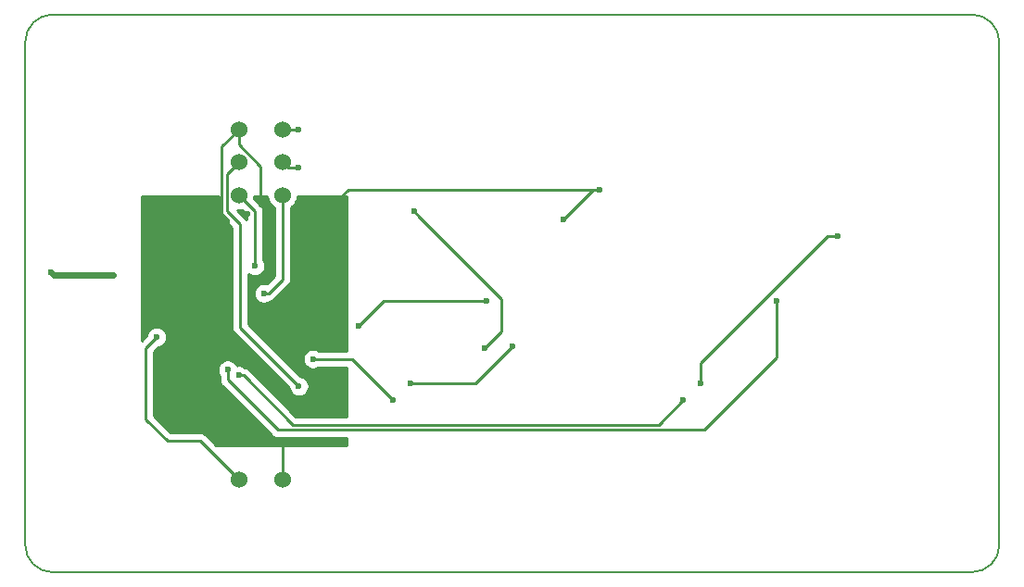
<source format=gbr>
%TF.GenerationSoftware,KiCad,Pcbnew,5.1.0*%
%TF.CreationDate,2019-04-11T23:23:28-05:00*%
%TF.ProjectId,Layout,4c61796f-7574-42e6-9b69-6361645f7063,rev?*%
%TF.SameCoordinates,Original*%
%TF.FileFunction,Copper,L2,Bot*%
%TF.FilePolarity,Positive*%
%FSLAX46Y46*%
G04 Gerber Fmt 4.6, Leading zero omitted, Abs format (unit mm)*
G04 Created by KiCad (PCBNEW 5.1.0) date 2019-04-11 23:23:28*
%MOMM*%
%LPD*%
G04 APERTURE LIST*
%ADD10C,0.150000*%
%ADD11C,1.524000*%
%ADD12C,0.600000*%
%ADD13C,0.250000*%
%ADD14C,0.630000*%
%ADD15C,0.254000*%
G04 APERTURE END LIST*
D10*
X112000000Y-122000000D02*
X112000000Y-76000000D01*
X198500000Y-124500000D02*
X114500000Y-124500000D01*
X201000000Y-76000000D02*
X201000000Y-122000000D01*
X114500000Y-73500000D02*
X198500000Y-73500000D01*
X201000000Y-122000000D02*
G75*
G02X198500000Y-124500000I-2500000J0D01*
G01*
X114500000Y-124500000D02*
G75*
G02X112000000Y-122000000I0J2500000D01*
G01*
X112000000Y-76000000D02*
G75*
G02X114500000Y-73500000I2500000J0D01*
G01*
X198500000Y-73500000D02*
G75*
G02X201000000Y-76000000I0J-2500000D01*
G01*
D11*
X131500000Y-90000000D03*
X135500000Y-90000000D03*
X131500000Y-87000000D03*
X135500000Y-87000000D03*
X131500000Y-84000000D03*
X135500000Y-84000000D03*
X135500000Y-116000000D03*
X131500000Y-116000000D03*
D12*
X130510000Y-100660000D03*
X134000000Y-93000000D03*
X130500000Y-93000000D03*
X131500000Y-110500000D03*
X124500000Y-110500000D03*
X124500000Y-105500000D03*
X164500000Y-89500000D03*
X161177818Y-92222183D03*
X137000000Y-110000000D03*
X138850000Y-99730000D03*
X134220000Y-100740000D03*
X134230000Y-101980000D03*
X138800000Y-90500000D03*
X126200000Y-108700000D03*
X126200000Y-111600000D03*
X129700000Y-112000000D03*
X133800000Y-112000000D03*
X137200000Y-112500000D03*
X140800000Y-112500000D03*
X140800000Y-110000000D03*
X140400000Y-101800000D03*
X140400000Y-97900000D03*
X140300000Y-94400000D03*
X140500000Y-90500000D03*
X132300000Y-91700000D03*
X134900000Y-103700000D03*
X134200000Y-103000000D03*
X133300000Y-98000000D03*
X133500000Y-90500000D03*
X128000000Y-90500000D03*
X123000000Y-90500000D03*
X123000000Y-95500000D03*
X127500000Y-96000000D03*
X125500000Y-93000000D03*
X137000000Y-107500000D03*
X154000000Y-104000000D03*
X147500000Y-91500000D03*
X145622184Y-108777817D03*
X138280000Y-105000000D03*
X156500000Y-103847469D03*
X147177818Y-107222183D03*
X142500000Y-102000000D03*
X154177818Y-99722183D03*
X131500000Y-106500000D03*
X172122184Y-108777817D03*
X186222183Y-93777817D03*
X173677818Y-107222183D03*
X130500000Y-106000000D03*
X180677818Y-99722183D03*
X133000000Y-96500000D03*
X133800000Y-99000000D03*
X137000000Y-87500000D03*
X137000000Y-84000000D03*
X124000000Y-103000000D03*
X114320000Y-97050000D03*
X120010000Y-97340000D03*
D13*
X164500000Y-89500000D02*
X163900001Y-89500000D01*
X163900001Y-89500000D02*
X161177818Y-92222183D01*
X163900001Y-89500000D02*
X141500000Y-89500000D01*
X141500000Y-89500000D02*
X140500000Y-90500000D01*
X135500000Y-116000000D02*
X135500000Y-112500000D01*
X131500000Y-85391238D02*
X133500000Y-87391238D01*
X131500000Y-84000000D02*
X131500000Y-85391238D01*
X133500000Y-87391238D02*
X133500000Y-90000000D01*
X130500000Y-92250000D02*
X130500000Y-93000000D01*
X129962990Y-91712990D02*
X130500000Y-92250000D01*
X129962990Y-85537010D02*
X129962990Y-91712990D01*
X131500000Y-84000000D02*
X129962990Y-85537010D01*
X133500000Y-90000000D02*
X133500000Y-90500000D01*
X133500000Y-90500000D02*
X134000000Y-91000000D01*
X140500000Y-90500000D02*
X140500000Y-90500000D01*
X133500000Y-90500000D02*
X133500000Y-90500000D01*
X131625001Y-102125001D02*
X137000000Y-107500000D01*
X131625001Y-92699999D02*
X131625001Y-102125001D01*
X130412999Y-91487997D02*
X131625001Y-92699999D01*
X131500000Y-87000000D02*
X130412999Y-88087001D01*
X130412999Y-88087001D02*
X130412999Y-91487997D01*
X154000000Y-104000000D02*
X155500000Y-102500000D01*
X155500000Y-102500000D02*
X155500000Y-100119363D01*
X155500000Y-100119363D02*
X155500000Y-99500000D01*
X155500000Y-99500000D02*
X150000000Y-94000000D01*
X150000000Y-94000000D02*
X148000000Y-92000000D01*
X148000000Y-92000000D02*
X147500000Y-91500000D01*
X141844367Y-105000000D02*
X145622184Y-108777817D01*
X138280000Y-105000000D02*
X141844367Y-105000000D01*
X156500000Y-103847469D02*
X153125286Y-107222183D01*
X153125286Y-107222183D02*
X147177818Y-107222183D01*
X142500000Y-102000000D02*
X144777817Y-99722183D01*
X144777817Y-99722183D02*
X154177818Y-99722183D01*
X131924264Y-106500000D02*
X136424264Y-111000000D01*
X131500000Y-106500000D02*
X131924264Y-106500000D01*
X136424264Y-111000000D02*
X169900001Y-111000000D01*
X169900001Y-111000000D02*
X172122184Y-108777817D01*
X173677818Y-105373654D02*
X173677818Y-107222183D01*
X185273655Y-93777817D02*
X173677818Y-105373654D01*
X186222183Y-93777817D02*
X185273655Y-93777817D01*
X130500000Y-106925002D02*
X135074998Y-111500000D01*
X130500000Y-106000000D02*
X130500000Y-106925002D01*
X135074998Y-111500000D02*
X174000000Y-111500000D01*
X174000000Y-111500000D02*
X180677818Y-104822182D01*
X180677818Y-104822182D02*
X180677818Y-99722183D01*
X133000000Y-91500000D02*
X131500000Y-90000000D01*
X133000000Y-96500000D02*
X133000000Y-91500000D01*
X135500000Y-97724264D02*
X135500000Y-95300000D01*
X134224264Y-99000000D02*
X135500000Y-97724264D01*
X133800000Y-99000000D02*
X134224264Y-99000000D01*
X135500000Y-95500000D02*
X135500000Y-95300000D01*
X135500000Y-95300000D02*
X135500000Y-90000000D01*
X136000000Y-87500000D02*
X135500000Y-87000000D01*
X137000000Y-87500000D02*
X136000000Y-87500000D01*
X137000000Y-84000000D02*
X135500000Y-84000000D01*
X123000000Y-104000000D02*
X123000000Y-110500000D01*
X124000000Y-103000000D02*
X123000000Y-104000000D01*
X123000000Y-110500000D02*
X125000000Y-112500000D01*
X128000000Y-112500000D02*
X131500000Y-116000000D01*
X125000000Y-112500000D02*
X128000000Y-112500000D01*
D14*
X114619999Y-97349999D02*
X115429999Y-97349999D01*
X114320000Y-97050000D02*
X114619999Y-97349999D01*
X115429999Y-97349999D02*
X115439998Y-97340000D01*
X115439998Y-97340000D02*
X120010000Y-97340000D01*
D15*
G36*
X129653000Y-91450665D02*
G01*
X129649323Y-91487997D01*
X129663997Y-91636982D01*
X129707453Y-91780243D01*
X129778025Y-91912273D01*
X129797762Y-91936322D01*
X129872999Y-92027998D01*
X129901997Y-92051796D01*
X130865001Y-93014801D01*
X130865002Y-102087669D01*
X130861325Y-102125001D01*
X130865002Y-102162334D01*
X130875999Y-102273987D01*
X130889181Y-102317443D01*
X130919455Y-102417247D01*
X130990027Y-102549277D01*
X131011732Y-102575724D01*
X131085001Y-102665002D01*
X131113999Y-102688800D01*
X136076848Y-107651651D01*
X136100932Y-107772729D01*
X136171414Y-107942889D01*
X136273738Y-108096028D01*
X136403972Y-108226262D01*
X136557111Y-108328586D01*
X136727271Y-108399068D01*
X136907911Y-108435000D01*
X137092089Y-108435000D01*
X137272729Y-108399068D01*
X137442889Y-108328586D01*
X137596028Y-108226262D01*
X137726262Y-108096028D01*
X137828586Y-107942889D01*
X137899068Y-107772729D01*
X137935000Y-107592089D01*
X137935000Y-107407911D01*
X137899068Y-107227271D01*
X137828586Y-107057111D01*
X137726262Y-106903972D01*
X137596028Y-106773738D01*
X137442889Y-106671414D01*
X137272729Y-106600932D01*
X137151651Y-106576848D01*
X132385001Y-101810200D01*
X132385001Y-97207291D01*
X132403972Y-97226262D01*
X132557111Y-97328586D01*
X132727271Y-97399068D01*
X132907911Y-97435000D01*
X133092089Y-97435000D01*
X133272729Y-97399068D01*
X133442889Y-97328586D01*
X133596028Y-97226262D01*
X133726262Y-97096028D01*
X133828586Y-96942889D01*
X133899068Y-96772729D01*
X133935000Y-96592089D01*
X133935000Y-96407911D01*
X133899068Y-96227271D01*
X133828586Y-96057111D01*
X133760000Y-95954465D01*
X133760000Y-91537322D01*
X133763676Y-91499999D01*
X133760000Y-91462676D01*
X133760000Y-91462667D01*
X133749003Y-91351014D01*
X133705546Y-91207753D01*
X133634974Y-91075724D01*
X133540001Y-90959999D01*
X133511003Y-90936201D01*
X132866372Y-90291570D01*
X132897000Y-90137592D01*
X132897000Y-90127000D01*
X134103000Y-90127000D01*
X134103000Y-90137592D01*
X134156686Y-90407490D01*
X134261995Y-90661727D01*
X134414880Y-90890535D01*
X134609465Y-91085120D01*
X134740001Y-91172341D01*
X134740000Y-95262667D01*
X134740000Y-95537332D01*
X134740001Y-95537341D01*
X134740000Y-97409462D01*
X134052546Y-98096917D01*
X133892089Y-98065000D01*
X133707911Y-98065000D01*
X133527271Y-98100932D01*
X133357111Y-98171414D01*
X133203972Y-98273738D01*
X133073738Y-98403972D01*
X132971414Y-98557111D01*
X132900932Y-98727271D01*
X132865000Y-98907911D01*
X132865000Y-99092089D01*
X132900932Y-99272729D01*
X132971414Y-99442889D01*
X133073738Y-99596028D01*
X133203972Y-99726262D01*
X133357111Y-99828586D01*
X133527271Y-99899068D01*
X133707911Y-99935000D01*
X133892089Y-99935000D01*
X134072729Y-99899068D01*
X134242889Y-99828586D01*
X134360048Y-99750303D01*
X134373250Y-99749003D01*
X134516511Y-99705546D01*
X134648540Y-99634974D01*
X134764265Y-99540001D01*
X134788068Y-99510997D01*
X136011004Y-98288062D01*
X136040001Y-98264265D01*
X136116202Y-98171414D01*
X136134974Y-98148541D01*
X136205546Y-98016511D01*
X136205546Y-98016510D01*
X136249003Y-97873250D01*
X136260000Y-97761597D01*
X136260000Y-97761588D01*
X136263676Y-97724265D01*
X136260000Y-97686942D01*
X136260000Y-91172341D01*
X136390535Y-91085120D01*
X136585120Y-90890535D01*
X136738005Y-90661727D01*
X136843314Y-90407490D01*
X136897000Y-90137592D01*
X136897000Y-90127000D01*
X141373000Y-90127000D01*
X141373000Y-104240000D01*
X138825535Y-104240000D01*
X138722889Y-104171414D01*
X138552729Y-104100932D01*
X138372089Y-104065000D01*
X138187911Y-104065000D01*
X138007271Y-104100932D01*
X137837111Y-104171414D01*
X137683972Y-104273738D01*
X137553738Y-104403972D01*
X137451414Y-104557111D01*
X137380932Y-104727271D01*
X137345000Y-104907911D01*
X137345000Y-105092089D01*
X137380932Y-105272729D01*
X137451414Y-105442889D01*
X137553738Y-105596028D01*
X137683972Y-105726262D01*
X137837111Y-105828586D01*
X138007271Y-105899068D01*
X138187911Y-105935000D01*
X138372089Y-105935000D01*
X138552729Y-105899068D01*
X138722889Y-105828586D01*
X138825535Y-105760000D01*
X141373000Y-105760000D01*
X141373000Y-110240000D01*
X136739066Y-110240000D01*
X132488068Y-105989003D01*
X132464265Y-105959999D01*
X132348540Y-105865026D01*
X132216511Y-105794454D01*
X132073250Y-105750997D01*
X132060048Y-105749697D01*
X131942889Y-105671414D01*
X131772729Y-105600932D01*
X131592089Y-105565000D01*
X131407911Y-105565000D01*
X131337643Y-105578977D01*
X131328586Y-105557111D01*
X131226262Y-105403972D01*
X131096028Y-105273738D01*
X130942889Y-105171414D01*
X130772729Y-105100932D01*
X130592089Y-105065000D01*
X130407911Y-105065000D01*
X130227271Y-105100932D01*
X130057111Y-105171414D01*
X129903972Y-105273738D01*
X129773738Y-105403972D01*
X129671414Y-105557111D01*
X129600932Y-105727271D01*
X129565000Y-105907911D01*
X129565000Y-106092089D01*
X129600932Y-106272729D01*
X129671414Y-106442889D01*
X129740001Y-106545536D01*
X129740001Y-106887670D01*
X129736324Y-106925002D01*
X129740001Y-106962335D01*
X129750998Y-107073988D01*
X129757684Y-107096028D01*
X129794454Y-107217248D01*
X129865026Y-107349278D01*
X129935377Y-107435000D01*
X129960000Y-107465003D01*
X129988998Y-107488801D01*
X134511199Y-112011003D01*
X134534997Y-112040001D01*
X134650722Y-112134974D01*
X134782751Y-112205546D01*
X134926012Y-112249003D01*
X135037665Y-112260000D01*
X135037674Y-112260000D01*
X135074997Y-112263676D01*
X135112320Y-112260000D01*
X141373000Y-112260000D01*
X141373000Y-112873000D01*
X129447802Y-112873000D01*
X128563804Y-111989003D01*
X128540001Y-111959999D01*
X128424276Y-111865026D01*
X128292247Y-111794454D01*
X128148986Y-111750997D01*
X128037333Y-111740000D01*
X128037322Y-111740000D01*
X128000000Y-111736324D01*
X127962678Y-111740000D01*
X125314802Y-111740000D01*
X123760000Y-110185199D01*
X123760000Y-104314801D01*
X124151649Y-103923153D01*
X124272729Y-103899068D01*
X124442889Y-103828586D01*
X124596028Y-103726262D01*
X124726262Y-103596028D01*
X124828586Y-103442889D01*
X124899068Y-103272729D01*
X124935000Y-103092089D01*
X124935000Y-102907911D01*
X124899068Y-102727271D01*
X124828586Y-102557111D01*
X124726262Y-102403972D01*
X124596028Y-102273738D01*
X124442889Y-102171414D01*
X124272729Y-102100932D01*
X124092089Y-102065000D01*
X123907911Y-102065000D01*
X123727271Y-102100932D01*
X123557111Y-102171414D01*
X123403972Y-102273738D01*
X123273738Y-102403972D01*
X123171414Y-102557111D01*
X123100932Y-102727271D01*
X123076847Y-102848351D01*
X122627000Y-103298198D01*
X122627000Y-90127000D01*
X129653000Y-90127000D01*
X129653000Y-91450665D01*
X129653000Y-91450665D01*
G37*
X129653000Y-91450665D02*
X129649323Y-91487997D01*
X129663997Y-91636982D01*
X129707453Y-91780243D01*
X129778025Y-91912273D01*
X129797762Y-91936322D01*
X129872999Y-92027998D01*
X129901997Y-92051796D01*
X130865001Y-93014801D01*
X130865002Y-102087669D01*
X130861325Y-102125001D01*
X130865002Y-102162334D01*
X130875999Y-102273987D01*
X130889181Y-102317443D01*
X130919455Y-102417247D01*
X130990027Y-102549277D01*
X131011732Y-102575724D01*
X131085001Y-102665002D01*
X131113999Y-102688800D01*
X136076848Y-107651651D01*
X136100932Y-107772729D01*
X136171414Y-107942889D01*
X136273738Y-108096028D01*
X136403972Y-108226262D01*
X136557111Y-108328586D01*
X136727271Y-108399068D01*
X136907911Y-108435000D01*
X137092089Y-108435000D01*
X137272729Y-108399068D01*
X137442889Y-108328586D01*
X137596028Y-108226262D01*
X137726262Y-108096028D01*
X137828586Y-107942889D01*
X137899068Y-107772729D01*
X137935000Y-107592089D01*
X137935000Y-107407911D01*
X137899068Y-107227271D01*
X137828586Y-107057111D01*
X137726262Y-106903972D01*
X137596028Y-106773738D01*
X137442889Y-106671414D01*
X137272729Y-106600932D01*
X137151651Y-106576848D01*
X132385001Y-101810200D01*
X132385001Y-97207291D01*
X132403972Y-97226262D01*
X132557111Y-97328586D01*
X132727271Y-97399068D01*
X132907911Y-97435000D01*
X133092089Y-97435000D01*
X133272729Y-97399068D01*
X133442889Y-97328586D01*
X133596028Y-97226262D01*
X133726262Y-97096028D01*
X133828586Y-96942889D01*
X133899068Y-96772729D01*
X133935000Y-96592089D01*
X133935000Y-96407911D01*
X133899068Y-96227271D01*
X133828586Y-96057111D01*
X133760000Y-95954465D01*
X133760000Y-91537322D01*
X133763676Y-91499999D01*
X133760000Y-91462676D01*
X133760000Y-91462667D01*
X133749003Y-91351014D01*
X133705546Y-91207753D01*
X133634974Y-91075724D01*
X133540001Y-90959999D01*
X133511003Y-90936201D01*
X132866372Y-90291570D01*
X132897000Y-90137592D01*
X132897000Y-90127000D01*
X134103000Y-90127000D01*
X134103000Y-90137592D01*
X134156686Y-90407490D01*
X134261995Y-90661727D01*
X134414880Y-90890535D01*
X134609465Y-91085120D01*
X134740001Y-91172341D01*
X134740000Y-95262667D01*
X134740000Y-95537332D01*
X134740001Y-95537341D01*
X134740000Y-97409462D01*
X134052546Y-98096917D01*
X133892089Y-98065000D01*
X133707911Y-98065000D01*
X133527271Y-98100932D01*
X133357111Y-98171414D01*
X133203972Y-98273738D01*
X133073738Y-98403972D01*
X132971414Y-98557111D01*
X132900932Y-98727271D01*
X132865000Y-98907911D01*
X132865000Y-99092089D01*
X132900932Y-99272729D01*
X132971414Y-99442889D01*
X133073738Y-99596028D01*
X133203972Y-99726262D01*
X133357111Y-99828586D01*
X133527271Y-99899068D01*
X133707911Y-99935000D01*
X133892089Y-99935000D01*
X134072729Y-99899068D01*
X134242889Y-99828586D01*
X134360048Y-99750303D01*
X134373250Y-99749003D01*
X134516511Y-99705546D01*
X134648540Y-99634974D01*
X134764265Y-99540001D01*
X134788068Y-99510997D01*
X136011004Y-98288062D01*
X136040001Y-98264265D01*
X136116202Y-98171414D01*
X136134974Y-98148541D01*
X136205546Y-98016511D01*
X136205546Y-98016510D01*
X136249003Y-97873250D01*
X136260000Y-97761597D01*
X136260000Y-97761588D01*
X136263676Y-97724265D01*
X136260000Y-97686942D01*
X136260000Y-91172341D01*
X136390535Y-91085120D01*
X136585120Y-90890535D01*
X136738005Y-90661727D01*
X136843314Y-90407490D01*
X136897000Y-90137592D01*
X136897000Y-90127000D01*
X141373000Y-90127000D01*
X141373000Y-104240000D01*
X138825535Y-104240000D01*
X138722889Y-104171414D01*
X138552729Y-104100932D01*
X138372089Y-104065000D01*
X138187911Y-104065000D01*
X138007271Y-104100932D01*
X137837111Y-104171414D01*
X137683972Y-104273738D01*
X137553738Y-104403972D01*
X137451414Y-104557111D01*
X137380932Y-104727271D01*
X137345000Y-104907911D01*
X137345000Y-105092089D01*
X137380932Y-105272729D01*
X137451414Y-105442889D01*
X137553738Y-105596028D01*
X137683972Y-105726262D01*
X137837111Y-105828586D01*
X138007271Y-105899068D01*
X138187911Y-105935000D01*
X138372089Y-105935000D01*
X138552729Y-105899068D01*
X138722889Y-105828586D01*
X138825535Y-105760000D01*
X141373000Y-105760000D01*
X141373000Y-110240000D01*
X136739066Y-110240000D01*
X132488068Y-105989003D01*
X132464265Y-105959999D01*
X132348540Y-105865026D01*
X132216511Y-105794454D01*
X132073250Y-105750997D01*
X132060048Y-105749697D01*
X131942889Y-105671414D01*
X131772729Y-105600932D01*
X131592089Y-105565000D01*
X131407911Y-105565000D01*
X131337643Y-105578977D01*
X131328586Y-105557111D01*
X131226262Y-105403972D01*
X131096028Y-105273738D01*
X130942889Y-105171414D01*
X130772729Y-105100932D01*
X130592089Y-105065000D01*
X130407911Y-105065000D01*
X130227271Y-105100932D01*
X130057111Y-105171414D01*
X129903972Y-105273738D01*
X129773738Y-105403972D01*
X129671414Y-105557111D01*
X129600932Y-105727271D01*
X129565000Y-105907911D01*
X129565000Y-106092089D01*
X129600932Y-106272729D01*
X129671414Y-106442889D01*
X129740001Y-106545536D01*
X129740001Y-106887670D01*
X129736324Y-106925002D01*
X129740001Y-106962335D01*
X129750998Y-107073988D01*
X129757684Y-107096028D01*
X129794454Y-107217248D01*
X129865026Y-107349278D01*
X129935377Y-107435000D01*
X129960000Y-107465003D01*
X129988998Y-107488801D01*
X134511199Y-112011003D01*
X134534997Y-112040001D01*
X134650722Y-112134974D01*
X134782751Y-112205546D01*
X134926012Y-112249003D01*
X135037665Y-112260000D01*
X135037674Y-112260000D01*
X135074997Y-112263676D01*
X135112320Y-112260000D01*
X141373000Y-112260000D01*
X141373000Y-112873000D01*
X129447802Y-112873000D01*
X128563804Y-111989003D01*
X128540001Y-111959999D01*
X128424276Y-111865026D01*
X128292247Y-111794454D01*
X128148986Y-111750997D01*
X128037333Y-111740000D01*
X128037322Y-111740000D01*
X128000000Y-111736324D01*
X127962678Y-111740000D01*
X125314802Y-111740000D01*
X123760000Y-110185199D01*
X123760000Y-104314801D01*
X124151649Y-103923153D01*
X124272729Y-103899068D01*
X124442889Y-103828586D01*
X124596028Y-103726262D01*
X124726262Y-103596028D01*
X124828586Y-103442889D01*
X124899068Y-103272729D01*
X124935000Y-103092089D01*
X124935000Y-102907911D01*
X124899068Y-102727271D01*
X124828586Y-102557111D01*
X124726262Y-102403972D01*
X124596028Y-102273738D01*
X124442889Y-102171414D01*
X124272729Y-102100932D01*
X124092089Y-102065000D01*
X123907911Y-102065000D01*
X123727271Y-102100932D01*
X123557111Y-102171414D01*
X123403972Y-102273738D01*
X123273738Y-102403972D01*
X123171414Y-102557111D01*
X123100932Y-102727271D01*
X123076847Y-102848351D01*
X122627000Y-103298198D01*
X122627000Y-90127000D01*
X129653000Y-90127000D01*
X129653000Y-91450665D01*
G36*
X132240001Y-91814803D02*
G01*
X132240001Y-92251384D01*
X132165002Y-92159998D01*
X132136005Y-92136201D01*
X131396803Y-91397000D01*
X131637592Y-91397000D01*
X131791570Y-91366372D01*
X132240001Y-91814803D01*
X132240001Y-91814803D01*
G37*
X132240001Y-91814803D02*
X132240001Y-92251384D01*
X132165002Y-92159998D01*
X132136005Y-92136201D01*
X131396803Y-91397000D01*
X131637592Y-91397000D01*
X131791570Y-91366372D01*
X132240001Y-91814803D01*
M02*

</source>
